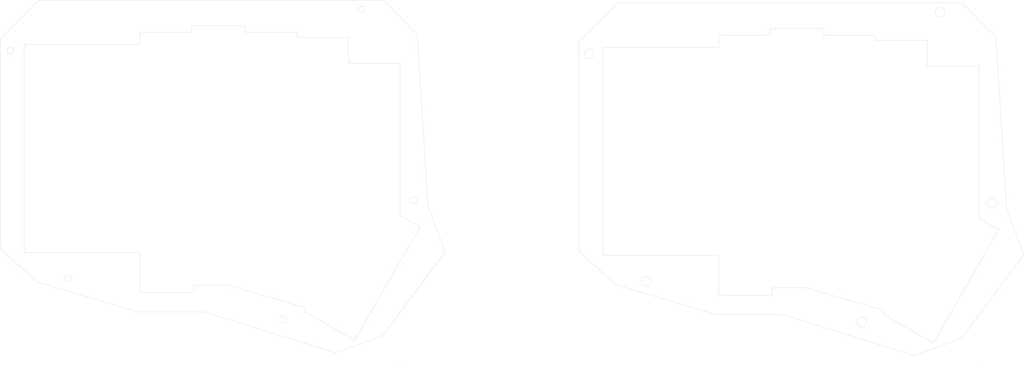
<source format=kicad_pcb>
(kicad_pcb (version 20171130) (host pcbnew "(5.1.2)-2")

  (general
    (thickness 1.6)
    (drawings 86)
    (tracks 0)
    (zones 0)
    (modules 0)
    (nets 1)
  )

  (page A4)
  (title_block
    (title "Redox keyboard PCB")
    (date 2018-05-05)
    (rev 1.0)
    (comment 1 "designed by Mattia Dal Ben (aka u/TiaMaT102)")
    (comment 2 https://github.com/mattdibi/redox-keyboard)
  )

  (layers
    (0 F.Cu signal)
    (31 B.Cu signal hide)
    (32 B.Adhes user hide)
    (33 F.Adhes user hide)
    (34 B.Paste user hide)
    (35 F.Paste user hide)
    (36 B.SilkS user hide)
    (37 F.SilkS user hide)
    (38 B.Mask user hide)
    (39 F.Mask user hide)
    (40 Dwgs.User user hide)
    (41 Cmts.User user hide)
    (42 Eco1.User user hide)
    (43 Eco2.User user hide)
    (44 Edge.Cuts user)
    (45 Margin user hide)
    (46 B.CrtYd user hide)
    (47 F.CrtYd user hide)
    (48 B.Fab user hide)
    (49 F.Fab user hide)
  )

  (setup
    (last_trace_width 0.25)
    (trace_clearance 0.2)
    (zone_clearance 0.508)
    (zone_45_only no)
    (trace_min 0.2)
    (via_size 0.6)
    (via_drill 0.4)
    (via_min_size 0.4)
    (via_min_drill 0.3)
    (uvia_size 0.3)
    (uvia_drill 0.1)
    (uvias_allowed no)
    (uvia_min_size 0.2)
    (uvia_min_drill 0.1)
    (edge_width 0.1)
    (segment_width 0.2)
    (pcb_text_width 0.3)
    (pcb_text_size 1.5 1.5)
    (mod_edge_width 0.15)
    (mod_text_size 1 1)
    (mod_text_width 0.15)
    (pad_size 1.5 1.5)
    (pad_drill 0.6)
    (pad_to_mask_clearance 0)
    (aux_axis_origin 0 0)
    (visible_elements 7FFFFFFF)
    (pcbplotparams
      (layerselection 0x01000_7ffffffe)
      (usegerberextensions true)
      (usegerberattributes false)
      (usegerberadvancedattributes false)
      (creategerberjobfile false)
      (excludeedgelayer false)
      (linewidth 0.100000)
      (plotframeref false)
      (viasonmask false)
      (mode 1)
      (useauxorigin false)
      (hpglpennumber 1)
      (hpglpenspeed 20)
      (hpglpendiameter 15.000000)
      (psnegative false)
      (psa4output false)
      (plotreference false)
      (plotvalue false)
      (plotinvisibletext false)
      (padsonsilk true)
      (subtractmaskfromsilk false)
      (outputformat 3)
      (mirror false)
      (drillshape 0)
      (scaleselection 1)
      (outputdirectory "dxf/"))
  )

  (net 0 "")

  (net_class Default "Questo è il gruppo di collegamenti predefinito"
    (clearance 0.2)
    (trace_width 0.25)
    (via_dia 0.6)
    (via_drill 0.4)
    (uvia_dia 0.3)
    (uvia_drill 0.1)
  )

  (gr_circle (center 417.60775 44.98975) (end 418.87775 46.25975) (layer Edge.Cuts) (width 0.1) (tstamp 5E58F843))
  (gr_circle (center 436.8165 115.316) (end 438.0865 116.586) (layer Edge.Cuts) (width 0.1) (tstamp 5E58F843))
  (gr_circle (center 388.71525 159.28975) (end 389.98525 160.55975) (layer Edge.Cuts) (width 0.1) (tstamp 5E58F843))
  (gr_circle (center 309.1815 144.2085) (end 310.4515 145.4785) (layer Edge.Cuts) (width 0.1) (tstamp 5E58F843))
  (gr_circle (center 288.06775 60.22975) (end 289.33775 61.49975) (layer Edge.Cuts) (width 0.1) (tstamp 5E58F843))
  (gr_line (start 354.9015 53.4035) (end 354.9015 50.92225) (layer Edge.Cuts) (width 0.1) (tstamp 5E58F7EF))
  (gr_line (start 284.25775 55.78475) (end 284.25775 133.096) (layer Edge.Cuts) (width 0.1) (tstamp 5E58F7EE))
  (gr_line (start 293.189 57.87225) (end 335.8515 57.87225) (layer Edge.Cuts) (width 0.1) (tstamp 5E58F7ED))
  (gr_line (start 374.74525 51.02225) (end 374.74525 53.4035) (layer Edge.Cuts) (width 0.1) (tstamp 5E58F7EC))
  (gr_line (start 335.8515 134.666) (end 293.189 134.666) (layer Edge.Cuts) (width 0.1) (tstamp 5E58F7EB))
  (gr_line (start 412.84525 55.28475) (end 412.84525 64.80975) (layer Edge.Cuts) (width 0.1) (tstamp 5E58F7EA))
  (gr_line (start 335.05775 156.591) (end 297.7515 145.4785) (layer Edge.Cuts) (width 0.1) (tstamp 5E58F7E9))
  (gr_line (start 380.3015 150.241) (end 368.39525 146.67225) (layer Edge.Cuts) (width 0.1) (tstamp 5E58F7E8))
  (gr_line (start 297.7515 145.4785) (end 284.25775 133.096) (layer Edge.Cuts) (width 0.1) (tstamp 5E58F7E7))
  (gr_line (start 284.25775 55.78475) (end 298.54525 41.49725) (layer Edge.Cuts) (width 0.1) (tstamp 5E58F7E6))
  (gr_line (start 355.69525 149.44725) (end 355.69525 146.67225) (layer Edge.Cuts) (width 0.1) (tstamp 5E58F7E5))
  (gr_line (start 380.3015 150.241) (end 396.97025 155.0035) (layer Edge.Cuts) (width 0.1) (tstamp 5E58F7E4))
  (gr_line (start 374.74525 53.4035) (end 393.79525 53.4035) (layer Edge.Cuts) (width 0.1) (tstamp 5E58F7E3))
  (gr_line (start 335.8515 149.44725) (end 355.69525 149.44725) (layer Edge.Cuts) (width 0.1) (tstamp 5E58F7E2))
  (gr_line (start 293.189 134.666) (end 293.189 57.87225) (layer Edge.Cuts) (width 0.1) (tstamp 5E58F7E1))
  (gr_line (start 354.9015 50.92225) (end 374.74525 50.92225) (layer Edge.Cuts) (width 0.1) (tstamp 5E58F7E0))
  (gr_line (start 335.8515 57.87225) (end 335.8515 53.4035) (layer Edge.Cuts) (width 0.1) (tstamp 5E58F7DF))
  (gr_line (start 393.79525 55.28475) (end 393.79525 53.4035) (layer Edge.Cuts) (width 0.1) (tstamp 5E58F7DE))
  (gr_line (start 335.8515 53.4035) (end 354.9015 53.4035) (layer Edge.Cuts) (width 0.1) (tstamp 5E58F7DD))
  (gr_line (start 335.8515 149.44725) (end 335.8515 134.666) (layer Edge.Cuts) (width 0.1) (tstamp 5E58F7DC))
  (gr_line (start 393.79525 55.28475) (end 412.84525 55.28475) (layer Edge.Cuts) (width 0.1) (tstamp 5E58F7DB))
  (gr_line (start 425.54525 165.32225) (end 408.08275 171.67225) (layer Edge.Cuts) (width 0.1) (tstamp 5E58F7DA))
  (gr_line (start 408.08275 171.67225) (end 359.664 156.591) (layer Edge.Cuts) (width 0.1) (tstamp 5E58F7D9))
  (gr_line (start 359.664 156.591) (end 335.05775 156.591) (layer Edge.Cuts) (width 0.1) (tstamp 5E58F7D8))
  (gr_line (start 355.69525 146.67225) (end 368.39525 146.67225) (layer Edge.Cuts) (width 0.1) (tstamp 5E58F7D7))
  (gr_line (start 442.214 117.856) (end 448.564 134.366) (layer Edge.Cuts) (width 0.1) (tstamp 5E58F7D6))
  (gr_line (start 448.564 134.366) (end 425.54525 165.32225) (layer Edge.Cuts) (width 0.1) (tstamp 5E58F7D5))
  (gr_line (start 438.24525 54.19725) (end 442.214 117.856) (layer Edge.Cuts) (width 0.1) (tstamp 5E58F7D4))
  (gr_line (start 431.165 176.276) (end 431.292 176.276) (angle 90) (layer Edge.Cuts) (width 0.1) (tstamp 5E58F7D3))
  (gr_line (start 425.704 41.49725) (end 438.24525 54.19725) (layer Edge.Cuts) (width 0.1) (tstamp 5E58F7D2))
  (gr_line (start 298.54525 41.49725) (end 313.944 41.49725) (layer Edge.Cuts) (width 0.1) (tstamp 5E58F7D1))
  (gr_line (start 313.944 41.49725) (end 425.704 41.49725) (layer Edge.Cuts) (width 0.1) (tstamp 5E58F7D0))
  (gr_line (start 415.1265 167.05975) (end 396.97025 156.591) (layer Edge.Cuts) (width 0.1) (tstamp 5E58F7CF))
  (gr_line (start 396.97025 156.591) (end 396.97025 155.0035) (layer Edge.Cuts) (width 0.1) (tstamp 5E58F7CE))
  (gr_line (start 412.84525 64.80975) (end 431.89525 64.80975) (layer Edge.Cuts) (width 0.1) (tstamp 5E58F7C9))
  (gr_line (start 431.89525 64.80975) (end 431.89525 120.87225) (layer Edge.Cuts) (width 0.1) (tstamp 5E58F7C8))
  (gr_line (start 431.89525 120.87225) (end 439.239 125.33475) (layer Edge.Cuts) (width 0.1) (tstamp 5E58F7C7))
  (gr_line (start 439.239 125.33475) (end 415.1265 167.05975) (layer Edge.Cuts) (width 0.1) (tstamp 5E58F7C5))
  (gr_circle (center 203.99375 43.97375) (end 205.26375 43.97375) (layer Edge.Cuts) (width 0.1) (tstamp 5DBCED8A))
  (gr_circle (center 74.45375 59.21375) (end 75.72375 59.21375) (layer Edge.Cuts) (width 0.1) (tstamp 5DBCED89))
  (gr_circle (center 175.10125 158.27375) (end 176.37125 158.27375) (layer Edge.Cuts) (width 0.1) (tstamp 5DBCED88))
  (gr_circle (center 95.5675 143.1925) (end 96.8375 143.1925) (layer Edge.Cuts) (width 0.1) (tstamp 5DBCED87))
  (gr_circle (center 223.2025 114.3) (end 224.4725 114.3) (layer Edge.Cuts) (width 0.1) (tstamp 5DBCED86))
  (gr_line (start 183.35625 155.575) (end 183.35625 153.9875) (layer Edge.Cuts) (width 0.1) (tstamp 5DBCEBEE))
  (gr_line (start 201.5125 166.04375) (end 183.35625 155.575) (layer Edge.Cuts) (width 0.1))
  (gr_line (start 225.625 124.31875) (end 201.5125 166.04375) (layer Edge.Cuts) (width 0.1))
  (gr_line (start 218.28125 119.85625) (end 225.625 124.31875) (layer Edge.Cuts) (width 0.1))
  (gr_line (start 218.28125 63.79375) (end 218.28125 119.85625) (layer Edge.Cuts) (width 0.1))
  (gr_line (start 199.23125 63.79375) (end 218.28125 63.79375) (layer Edge.Cuts) (width 0.1))
  (gr_line (start 199.23125 54.26875) (end 199.23125 63.79375) (layer Edge.Cuts) (width 0.1))
  (gr_line (start 180.18125 54.26875) (end 180.18125 52.3875) (layer Edge.Cuts) (width 0.1) (tstamp 5DBCE91F))
  (gr_line (start 180.18125 54.26875) (end 199.23125 54.26875) (layer Edge.Cuts) (width 0.1))
  (gr_line (start 161.13125 52.3875) (end 180.18125 52.3875) (layer Edge.Cuts) (width 0.1))
  (gr_line (start 161.13125 50.00625) (end 161.13125 52.3875) (layer Edge.Cuts) (width 0.1))
  (gr_line (start 141.2875 52.3875) (end 141.2875 49.90625) (layer Edge.Cuts) (width 0.1) (tstamp 5DBCE87E))
  (gr_line (start 141.2875 49.90625) (end 161.13125 49.90625) (layer Edge.Cuts) (width 0.1))
  (gr_line (start 122.2375 56.85625) (end 122.2375 52.3875) (layer Edge.Cuts) (width 0.1) (tstamp 5DBCE831))
  (gr_line (start 122.2375 52.3875) (end 141.2875 52.3875) (layer Edge.Cuts) (width 0.1))
  (gr_line (start 79.575 56.85625) (end 122.2375 56.85625) (layer Edge.Cuts) (width 0.1))
  (gr_line (start 79.575 133.65) (end 79.575 56.85625) (layer Edge.Cuts) (width 0.1))
  (gr_line (start 166.6875 149.225) (end 154.78125 145.65625) (layer Edge.Cuts) (width 0.1))
  (gr_line (start 166.6875 149.225) (end 183.35625 153.9875) (layer Edge.Cuts) (width 0.1))
  (gr_line (start 142.08125 145.65625) (end 154.78125 145.65625) (layer Edge.Cuts) (width 0.1))
  (gr_line (start 142.08125 148.43125) (end 142.08125 145.65625) (layer Edge.Cuts) (width 0.1))
  (gr_line (start 122.2375 133.65) (end 79.575 133.65) (layer Edge.Cuts) (width 0.1))
  (gr_line (start 122.2375 148.43125) (end 122.2375 133.65) (layer Edge.Cuts) (width 0.1))
  (gr_line (start 122.2375 148.43125) (end 142.08125 148.43125) (layer Edge.Cuts) (width 0.1))
  (gr_line (start 70.64375 54.76875) (end 70.64375 132.08) (layer Edge.Cuts) (width 0.1))
  (gr_line (start 70.64375 54.76875) (end 84.93125 40.48125) (layer Edge.Cuts) (width 0.1) (tstamp 5DB46CBB))
  (gr_line (start 84.1375 144.4625) (end 70.64375 132.08) (layer Edge.Cuts) (width 0.1))
  (gr_line (start 121.44375 155.575) (end 84.1375 144.4625) (layer Edge.Cuts) (width 0.1))
  (gr_line (start 146.05 155.575) (end 121.44375 155.575) (layer Edge.Cuts) (width 0.1))
  (gr_line (start 194.46875 170.65625) (end 146.05 155.575) (layer Edge.Cuts) (width 0.1))
  (gr_line (start 211.93125 164.30625) (end 194.46875 170.65625) (layer Edge.Cuts) (width 0.1))
  (gr_line (start 234.95 133.35) (end 211.93125 164.30625) (layer Edge.Cuts) (width 0.1))
  (gr_line (start 228.6 116.84) (end 234.95 133.35) (layer Edge.Cuts) (width 0.1))
  (gr_line (start 224.63125 53.18125) (end 228.6 116.84) (layer Edge.Cuts) (width 0.1))
  (gr_line (start 212.09 40.48125) (end 224.63125 53.18125) (layer Edge.Cuts) (width 0.1))
  (gr_line (start 100.33 40.48125) (end 212.09 40.48125) (layer Edge.Cuts) (width 0.1))
  (gr_line (start 84.93125 40.48125) (end 100.33 40.48125) (layer Edge.Cuts) (width 0.1))
  (gr_line (start 217.551 175.26) (end 217.678 175.26) (angle 90) (layer Edge.Cuts) (width 0.1))

)

</source>
